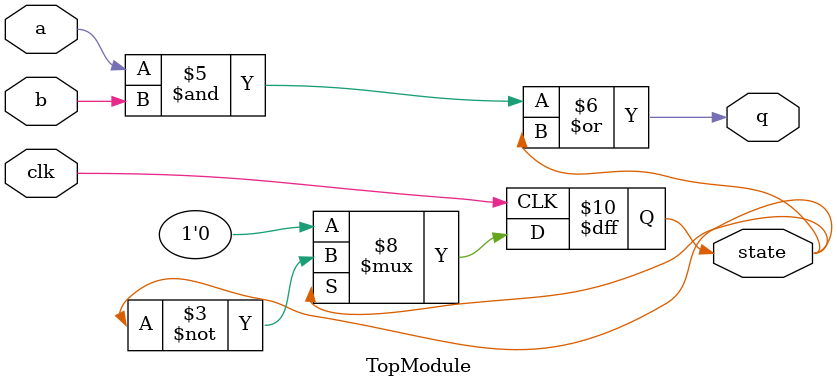
<source format=sv>
module TopModule (
    input logic clk,
    input logic a,
    input logic b,
    output logic q,
    output logic state
);

    // Synchronous reset and state initialization
    always @(posedge clk) begin
        if (state == 1'b0) begin
            state <= 1'b0; // Reset state
        end else begin
            state <= ~state; // Toggle state for demonstration
        end
    end

    // Combinational logic for output q
    always @(*) begin
        q = (a & b) | (state); // Example combinational logic
    end

endmodule
</source>
